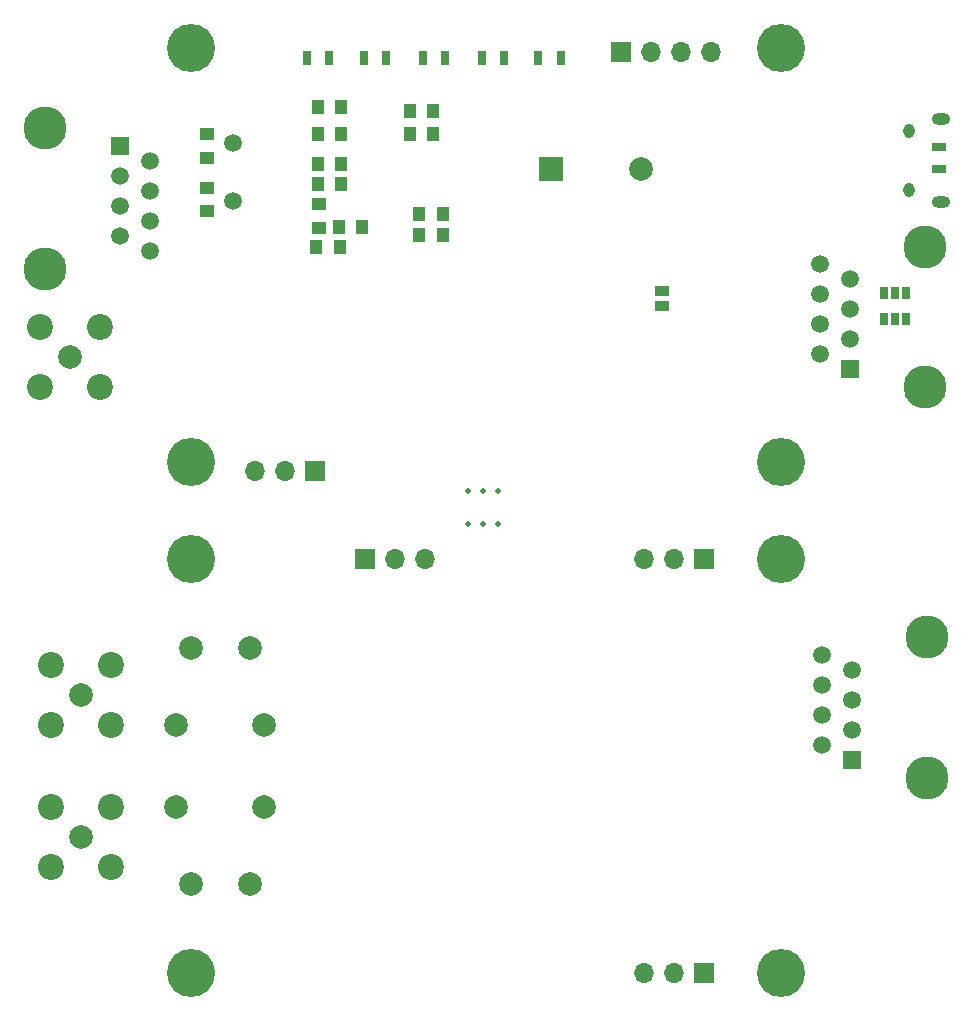
<source format=gbs>
G04 #@! TF.FileFunction,Soldermask,Bot*
%FSLAX46Y46*%
G04 Gerber Fmt 4.6, Leading zero omitted, Abs format (unit mm)*
G04 Created by KiCad (PCBNEW 4.0.6) date Fri Apr 28 14:46:48 2017*
%MOMM*%
%LPD*%
G01*
G04 APERTURE LIST*
%ADD10C,0.100000*%
%ADD11C,4.064000*%
%ADD12R,2.000000X2.000000*%
%ADD13C,2.000000*%
%ADD14R,1.000000X1.250000*%
%ADD15R,1.250000X1.000000*%
%ADD16C,3.650000*%
%ADD17R,1.500000X1.500000*%
%ADD18C,1.500000*%
%ADD19R,1.700000X1.700000*%
%ADD20O,1.700000X1.700000*%
%ADD21R,1.270000X0.970000*%
%ADD22R,1.300000X0.700000*%
%ADD23R,0.700000X1.300000*%
%ADD24R,0.650000X1.060000*%
%ADD25O,0.950000X1.250000*%
%ADD26O,1.550000X1.000000*%
%ADD27C,2.200000*%
%ADD28C,0.500000*%
G04 APERTURE END LIST*
D10*
D11*
X92750000Y-59750000D03*
X42750000Y-59750000D03*
X92750000Y-24750000D03*
D12*
X73250000Y-34950000D03*
D13*
X80850000Y-34950000D03*
D14*
X53500000Y-32025000D03*
X55500000Y-32025000D03*
X53500000Y-29725000D03*
X55500000Y-29725000D03*
X63300000Y-30025000D03*
X61300000Y-30025000D03*
X53500000Y-36225000D03*
X55500000Y-36225000D03*
X53500000Y-34525000D03*
X55500000Y-34525000D03*
X55400000Y-41525000D03*
X53400000Y-41525000D03*
X64100000Y-40550000D03*
X62100000Y-40550000D03*
X55300000Y-39825000D03*
X57300000Y-39825000D03*
X64100000Y-38775000D03*
X62100000Y-38775000D03*
X63300000Y-32025000D03*
X61300000Y-32025000D03*
D15*
X44100000Y-32025000D03*
X44100000Y-34025000D03*
X44100000Y-38525000D03*
X44100000Y-36525000D03*
X53600000Y-39925000D03*
X53600000Y-37925000D03*
D16*
X30400000Y-43380000D03*
X30400000Y-31510000D03*
D17*
X36750000Y-33000000D03*
D18*
X39290000Y-34270000D03*
X36750000Y-35540000D03*
X39290000Y-36810000D03*
X36750000Y-38080000D03*
X39290000Y-39350000D03*
X36750000Y-40620000D03*
X39290000Y-41890000D03*
D19*
X79150000Y-25050000D03*
D20*
X81690000Y-25050000D03*
X84230000Y-25050000D03*
X86770000Y-25050000D03*
D21*
X82700000Y-45310000D03*
X82700000Y-46590000D03*
D22*
X106150000Y-33050000D03*
X106150000Y-34950000D03*
D23*
X64300000Y-25550000D03*
X62400000Y-25550000D03*
X69300000Y-25550000D03*
X67400000Y-25550000D03*
X74100000Y-25550000D03*
X72200000Y-25550000D03*
X59300000Y-25550000D03*
X57400000Y-25550000D03*
X54500000Y-25550000D03*
X52600000Y-25550000D03*
D18*
X46350000Y-32775000D03*
X46350000Y-37655000D03*
D11*
X42750000Y-24750000D03*
D24*
X103350000Y-47650000D03*
X102400000Y-47650000D03*
X101450000Y-47650000D03*
X101450000Y-45450000D03*
X103350000Y-45450000D03*
X102400000Y-45450000D03*
D16*
X104900000Y-41520000D03*
X104900000Y-53390000D03*
D17*
X98550000Y-51900000D03*
D18*
X96010000Y-50630000D03*
X98550000Y-49360000D03*
X96010000Y-48090000D03*
X98550000Y-46820000D03*
X96010000Y-45550000D03*
X98550000Y-44280000D03*
X96010000Y-43010000D03*
D25*
X103600000Y-36750000D03*
X103600000Y-31750000D03*
D26*
X106300000Y-37750000D03*
X106300000Y-30750000D03*
D27*
X30010000Y-53390000D03*
X30010000Y-48310000D03*
X35090000Y-48310000D03*
X35090000Y-53390000D03*
D13*
X32550000Y-50850000D03*
D19*
X53250000Y-60500000D03*
D20*
X50710000Y-60500000D03*
X48170000Y-60500000D03*
D11*
X92750000Y-103000000D03*
X92750000Y-68000000D03*
X42750000Y-103000000D03*
D13*
X49000000Y-89000000D03*
X41500000Y-89000000D03*
X49000000Y-82000000D03*
X41500000Y-82000000D03*
D27*
X30960000Y-94040000D03*
X30960000Y-88960000D03*
X36040000Y-88960000D03*
X36040000Y-94040000D03*
D13*
X33500000Y-91500000D03*
D27*
X30960000Y-82040000D03*
X30960000Y-76960000D03*
X36040000Y-76960000D03*
X36040000Y-82040000D03*
D13*
X33500000Y-79500000D03*
D19*
X86250000Y-68000000D03*
D20*
X83710000Y-68000000D03*
X81170000Y-68000000D03*
D19*
X86250000Y-103000000D03*
D20*
X83710000Y-103000000D03*
X81170000Y-103000000D03*
D16*
X105100000Y-74620000D03*
X105100000Y-86490000D03*
D17*
X98750000Y-85000000D03*
D18*
X96210000Y-83730000D03*
X98750000Y-82460000D03*
X96210000Y-81190000D03*
X98750000Y-79920000D03*
X96210000Y-78650000D03*
X98750000Y-77380000D03*
X96210000Y-76110000D03*
D19*
X57500000Y-68000000D03*
D20*
X60040000Y-68000000D03*
X62580000Y-68000000D03*
D13*
X42750000Y-95500000D03*
X47750000Y-95500000D03*
X42750000Y-75500000D03*
X47750000Y-75500000D03*
D11*
X42750000Y-68000000D03*
D28*
X67500000Y-62250000D03*
X68770000Y-62250000D03*
X66230000Y-62250000D03*
X67500000Y-65000000D03*
X68770000Y-65000000D03*
X66230000Y-65000000D03*
M02*

</source>
